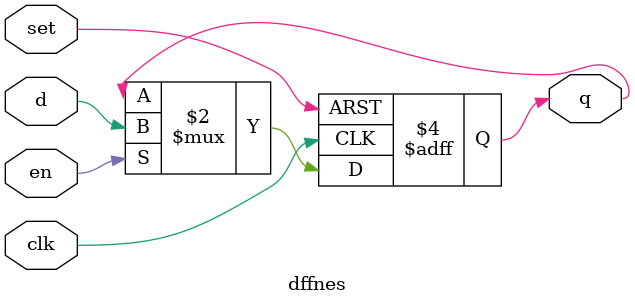
<source format=v>

`timescale 100ps/10ps

module dff(d,clk,q);
   input d, clk; output reg q;
   always @(posedge clk) begin
      q <= d;
   end
endmodule

module dffe(d,clk,en, q);
   input d, clk, en; output reg q;
   always @(posedge clk) begin
      if (en) q <= d;
   end
endmodule

module dffer(d,clk,en, rst, q);
   input d, clk, en, rst; output reg q;
   always @(posedge clk or posedge rst) begin
      if (rst) q <= 1'b0;
      else     q <= d;
   end
endmodule

module dffess(d,clk,en, set, q);
   input d, clk, en, set; output reg q;
   always @(posedge clk) begin
      if (set) q <= 1;
      else     q <= d;
   end
endmodule

module dffnes(d,clk,en, set, q);
   input d, clk, en, set; output reg q;
   always @(negedge clk or posedge set) begin
      if (set)     q <= 1;
      else if (en) q <= d;
   end
endmodule


</source>
